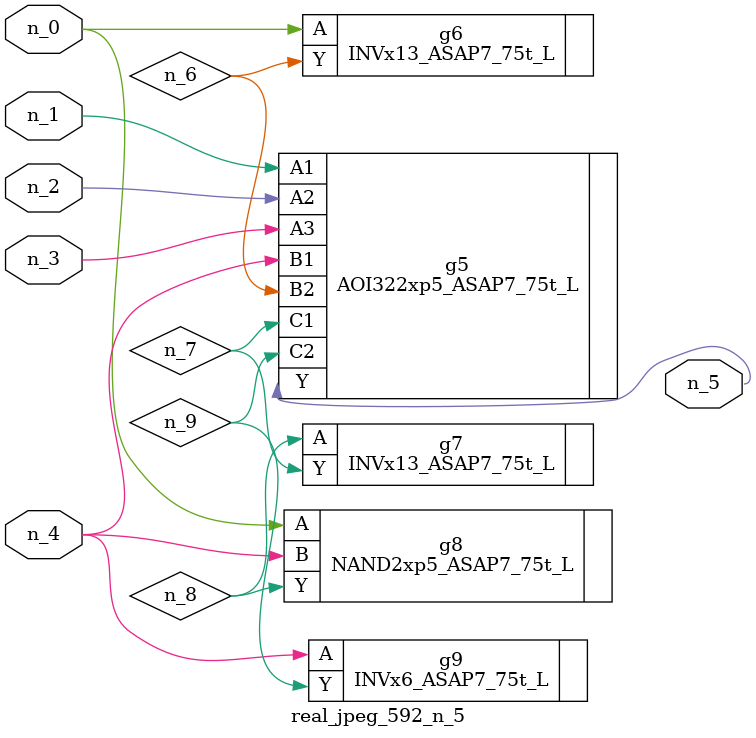
<source format=v>
module real_jpeg_592_n_5 (n_4, n_0, n_1, n_2, n_3, n_5);

input n_4;
input n_0;
input n_1;
input n_2;
input n_3;

output n_5;

wire n_8;
wire n_6;
wire n_7;
wire n_9;

INVx13_ASAP7_75t_L g6 ( 
.A(n_0),
.Y(n_6)
);

NAND2xp5_ASAP7_75t_L g8 ( 
.A(n_0),
.B(n_4),
.Y(n_8)
);

AOI322xp5_ASAP7_75t_L g5 ( 
.A1(n_1),
.A2(n_2),
.A3(n_3),
.B1(n_4),
.B2(n_6),
.C1(n_7),
.C2(n_9),
.Y(n_5)
);

INVx6_ASAP7_75t_L g9 ( 
.A(n_4),
.Y(n_9)
);

INVx13_ASAP7_75t_L g7 ( 
.A(n_8),
.Y(n_7)
);


endmodule
</source>
